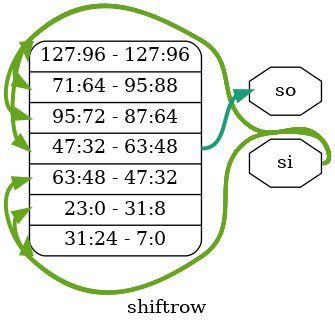
<source format=v>
module shiftrow (/*AUTOARG*/
   // Outputs
   so, si
   ) ;
   output [127:0] so;
   output [127:0] si;

   assign so[127:96] =  si[127:96];
   assign so[ 95:64] = {si[ 71:64],si[95:72]};
   assign so[ 63:32] = {si[ 47:32],si[63:48]};
   assign so[ 31: 0] = {si[ 23: 0],si[31:24]};

endmodule // shiftrows

</source>
